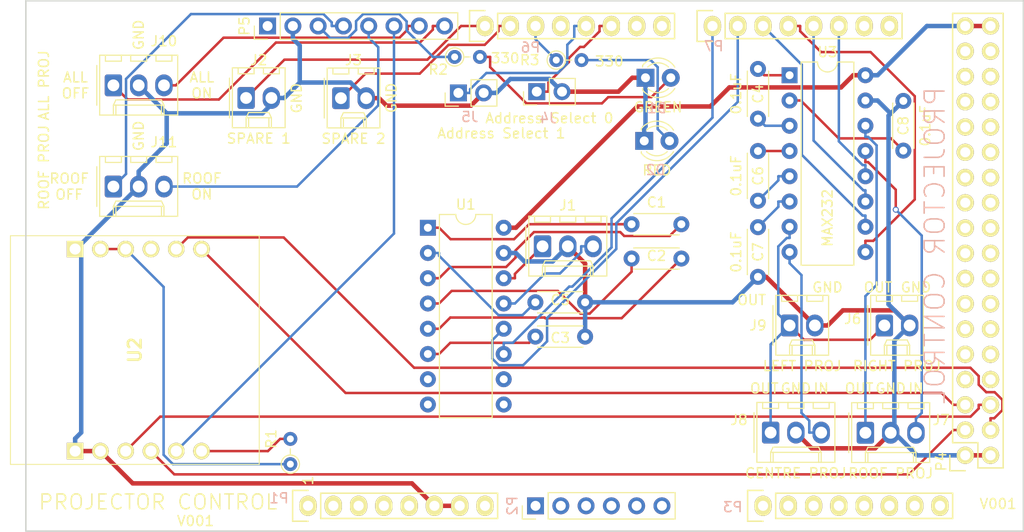
<source format=kicad_pcb>
(kicad_pcb (version 20211014) (generator pcbnew)
  (title_block (date "mar. 31 mars 2015"))
  (layers (0 "F.Cu" signal) (31 "B.Cu" signal) (34 "B.Paste" user) (35 "F.Paste" user) (36 "B.SilkS" user "B.Silkscreen") (37 "F.SilkS" user "F.Silkscreen") (38 "B.Mask" user) (39 "F.Mask" user) (44 "Edge.Cuts" user))
  (net 0 "")
  (net 1 "GND")
  (net 2 "/47")
  (net 3 "/45")
  (net 4 "/43")
  (net 5 "/41")
  (net 6 "/39")
  (net 7 "/37")
  (net 8 "/35")
  (net 9 "/33")
  (net 10 "Net-(C1-Pad1)")
  (net 11 "/31")
  (net 12 "Net-(C1-Pad2)")
  (net 13 "/29")
  (net 14 "Net-(C2-Pad1)")
  (net 15 "/27")
  (net 16 "Net-(C2-Pad2)")
  (net 17 "/25")
  (net 18 "Net-(C3-Pad1)")
  (net 19 "/23")
  (net 20 "+5V")
  (net 21 "GNDD")
  (net 22 "/ALL_ON")
  (net 23 "/SPARE 1")
  (net 24 "/SPARE 2")
  (net 25 "/ROOF_OFF")
  (net 26 "/ROOF_ON")
  (net 27 "/ALL_OFF")
  (net 28 "Net-(D1-Pad2)")
  (net 29 "Net-(D2-Pad2)")
  (net 31 "/RED_LED")
  (net 32 "/GREEN_LED")
  (net 33 "/SERIAL_TX3")
  (net 34 "Net-(C4-Pad1)")
  (net 36 "/IOREF")
  (net 37 "/Reset")
  (net 38 "+3V3")
  (net 39 "/SCLK")
  (net 40 "/Vin")
  (net 41 "/A5")
  (net 42 "/A8")
  (net 43 "/A9")
  (net 44 "/SERIAL_RX3")
  (net 45 "/SERIAL_TX2")
  (net 46 "/SERIAL_RX2")
  (net 47 "/SERIAL_TX1")
  (net 48 "/SERIAL_RX1")
  (net 49 "/ADDRESS_SELECT_0")
  (net 50 "/ADDRESS_SELECT_1")
  (net 51 "/A10")
  (net 52 "/A11")
  (net 53 "+5VL")
  (net 54 "/A3")
  (net 55 "/A2")
  (net 56 "/A1")
  (net 57 "/A0")
  (net 58 "/A4")
  (net 59 "/A12")
  (net 60 "/A13")
  (net 61 "/A14")
  (net 62 "/A15")
  (net 63 "/MISO")
  (net 65 "/MOSI")
  (net 66 "/ES1_RST")
  (net 81 "/SS")
  (net 82 "/AREF")
  (net 84 "/D1")
  (net 85 "/D0")
  (net 87 "/RS232_TX2")
  (net 88 "/RS232_RX2")
  (net 89 "/RS232_RX1")
  (net 90 "/RS232_TX1")
  (net 91 "Net-(R1-Pad2)")
  (net 92 "+3.3V")
  (net 93 "Net-(C4-Pad2)")
  (net 94 "Net-(C5-Pad1)")
  (net 95 "Net-(C6-Pad1)")
  (net 96 "Net-(C6-Pad2)")
  (net 97 "Net-(C7-Pad1)")
  (net 98 "Net-(C8-Pad1)")
  (net 99 "/RS232_TX3")
  (net 100 "/RS232_RX3")
  (footprint "Socket_Arduino_Mega:Socket_Strip_Arduino_2x18" (layer "F.Cu") (at 197.358 114.046 90)
    (fp_text reference "P4")
    (fp_text value "Digital")
  )
  (footprint "Socket_Arduino_Mega:Socket_Strip_Arduino_1x08" (layer "F.Cu") (at 131.318 119.126)
    (fp_text reference "P1")
    (fp_text value "Power")
  )
  (footprint "Connector_PinHeader_2.54mm:PinHeader_1x06_P2.54mm_Vertical" (layer "F.Cu") (at 154.178 119.126 90)
    (fp_text reference "P2")
    (fp_text value "Analog")
  )
  (footprint "Socket_Arduino_Mega:Socket_Strip_Arduino_1x08" (layer "F.Cu") (at 177.038 119.126)
    (fp_text reference "P3")
    (fp_text value "Analog")
  )
  (footprint "Connector_PinHeader_2.54mm:PinHeader_1x08_P2.54mm_Vertical" (layer "F.Cu") (at 127.254 70.866 90)
    (fp_text reference "P5")
    (fp_text value "PWM")
  )
  (footprint "Socket_Arduino_Mega:Socket_Strip_Arduino_1x08" (layer "F.Cu") (at 149.098 70.866)
    (fp_text reference "P6")
    (fp_text value "PWM")
  )
  (footprint "Socket_Arduino_Mega:Socket_Strip_Arduino_1x08" (layer "F.Cu") (at 171.958 70.866)
    (fp_text reference "P7")
    (fp_text value "Communication")
  )
  (footprint "LED_THT:LED_D3.0mm" (layer "F.Cu") (at 165.227 76.073)
    (fp_text reference "D1")
    (fp_text value "GREEN")
  )
  (footprint "LED_THT:LED_D3.0mm" (layer "F.Cu") (at 165.1 82.423)
    (fp_text reference "D2")
    (fp_text value "RED")
  )
  (footprint "Connector_PinHeader_2.54mm:PinHeader_1x02_P2.54mm_Vertical" (layer "F.Cu") (at 154.3 77.47 90)
    (fp_text reference "J4")
    (fp_text value "Address Select 0")
  )
  (footprint "Connector_PinHeader_2.54mm:PinHeader_1x02_P2.54mm_Vertical" (layer "F.Cu") (at 146.426 77.597 90)
    (fp_text reference "J5")
    (fp_text value "Address Select 1")
  )
  (footprint "PT_Library_v001:PT_R_Axial_DIN0204_L3.6mm_D1.6mm_P2.54mm_Vertical" (layer "F.Cu") (at 146.05 73.9775)
    (fp_text reference "R2")
    (fp_text value "330")
  )
  (footprint "PT_Library_v001:PT_R_Axial_DIN0204_L3.6mm_D1.6mm_P2.54mm_Vertical" (layer "F.Cu") (at 156.26 74.295)
    (fp_text reference "R3")
    (fp_text value "330")
  )
  (footprint "Capacitor_THT:C_Disc_D4.3mm_W1.9mm_P5.00mm" (layer "F.Cu") (at 176.53 91.099 -90)
    (fp_text reference "C7")
    (fp_text value "0.1uF")
  )
  (footprint "Connector_Molex:Molex_KK-254_AE-6410-02A_1x02_P2.54mm_Vertical" (layer "F.Cu") (at 125.095 78.105)
    (fp_text reference "J2")
    (fp_text value "SPARE 1")
  )
  (footprint "USR-ES1:USRES1" (layer "F.Cu") (at 107.915 113.62 90)
    (fp_text reference "U2")
    (fp_text value "USR-ES1" hide)
  )
  (footprint "Capacitor_THT:C_Disc_D4.3mm_W1.9mm_P5.00mm" (layer "F.Cu") (at 163.83 90.805)
    (fp_text reference "C1")
    (fp_text value "0.1uF")
  )
  (footprint "Connector_Molex:Molex_KK-254_AE-6410-02A_1x02_P2.54mm_Vertical" (layer "F.Cu") (at 189.23 100.985)
    (fp_text reference "J6")
    (fp_text value "RIGHT PROJ")
  )
  (footprint "Capacitor_THT:C_Disc_D4.3mm_W1.9mm_P5.00mm" (layer "F.Cu") (at 191.135 83.399 90)
    (fp_text reference "C8")
    (fp_text value "0.1uF")
  )
  (footprint "Connector_Molex:Molex_KK-254_AE-6410-03A_1x03_P2.54mm_Vertical" (layer "F.Cu") (at 177.8 111.76)
    (fp_text reference "J8")
    (fp_text value "CENTRE PROJ")
  )
  (footprint "Connector_Molex:Molex_KK-254_AE-6410-03A_1x03_P2.54mm_Vertical" (layer "F.Cu") (at 111.76 87.015)
    (fp_text reference "J11")
    (fp_text value "ROOF PROJ")
  )
  (footprint "Connector_Molex:Molex_KK-254_AE-6410-03A_1x03_P2.54mm_Vertical" (layer "F.Cu") (at 187.325 111.78)
    (fp_text reference "J7")
    (fp_text value "ROOF PROJ")
  )
  (footprint "Connector_Molex:Molex_KK-254_AE-6410-03A_1x03_P2.54mm_Vertical" (layer "F.Cu") (at 154.88 93.025)
    (fp_text reference "J1")
    (fp_text value "SPARE PROJ")
  )
  (footprint "Capacitor_THT:C_Disc_D4.3mm_W1.9mm_P5.00mm" (layer "F.Cu") (at 154.16 98.655)
    (fp_text reference "C5")
    (fp_text value "0.1uF")
  )
  (footprint "Connector_Molex:Molex_KK-254_AE-6410-02A_1x02_P2.54mm_Vertical" (layer "F.Cu") (at 179.705 100.985)
    (fp_text reference "J9")
    (fp_text value "LEFT PROJ")
  )
  (footprint "Package_DIP:DIP-16_W7.62mm" (layer "F.Cu") (at 143.36 91.155)
    (fp_text reference "U1")
    (fp_text value "MAX232")
  )
  (footprint "Connector_Molex:Molex_KK-254_AE-6410-03A_1x03_P2.54mm_Vertical" (layer "F.Cu") (at 111.76 76.835)
    (fp_text reference "J10")
    (fp_text value "ALL PROJ")
  )
  (footprint "Capacitor_THT:C_Disc_D4.3mm_W1.9mm_P5.00mm" (layer "F.Cu") (at 176.53 75.184 -90)
    (fp_text reference "C4")
    (fp_text value "0.1uF")
  )
  (footprint "Package_DIP:DIP-16_W7.62mm" (layer "F.Cu") (at 179.705 75.819)
    (fp_text reference "U3")
    (fp_text value "MAX232")
  )
  (footprint "Capacitor_THT:C_Disc_D4.3mm_W1.9mm_P5.00mm" (layer "F.Cu") (at 163.83 94.255)
    (fp_text reference "C2")
    (fp_text value "0.1uF")
  )
  (footprint "Connector_Molex:Molex_KK-254_AE-6410-02A_1x02_P2.54mm_Vertical" (layer "F.Cu") (at 134.62 78.125)
    (fp_text reference "J3")
    (fp_text value "SPARE 2")
  )
  (footprint "Capacitor_THT:C_Disc_D4.3mm_W1.9mm_P5.00mm" (layer "F.Cu") (at 154.16 102.105)
    (fp_text reference "C3")
    (fp_text value "0.1uF")
  )
  (footprint "PT_Library_v001:PT_R_Axial_DIN0204_L3.6mm_D1.6mm_P2.54mm_Vertical" (layer "F.Cu") (at 129.54 114.935 90)
    (fp_text reference "R1")
    (fp_text value "10K")
  )
  (footprint "Capacitor_THT:C_Disc_D4.3mm_W1.9mm_P5.00mm" (layer "F.Cu") (at 176.53 83.439 -90)
    (fp_text reference "C6")
    (fp_text value "0.1uF")
  )
  (gr_line (start 102.965 121.666) (end 203.2 121.666) (layer "Edge.Cuts") (width 0.15))
  (gr_line (start 203.2 121.666) (end 203.2 68.326) (layer "Edge.Cuts") (width 0.15))
  (gr_line (start 102.965 68.326) (end 102.965 121.666) (layer "Edge.Cuts") (width 0.15))
  (gr_line (start 102.965 68.326) (end 203.2 68.326) (layer "Edge.Cuts") (width 0.15))
  (gr_text "PROJECTOR CONTROL\n" (at 194.31 76.835 90) (layer "B.SilkS") (effects (font (size 2 2)) (justify left mirror)))
  (gr_text "V001\n" (at 200.66 118.9355) (layer "F.SilkS") (effects (font (size 1 1))))
  (gr_text "GND" (at 114.3 71.755 90) (layer "F.SilkS") (effects (font (size 1 1))))
  (gr_text "ALL\nON" (at 120.65 76.835) (layer "F.SilkS") (effects (font (size 1 1))))
  (gr_text "V001\n" (at 120.015 120.65) (layer "F.SilkS") (effects (font (size 1 1))))
  (gr_text "OUT" (at 186.69 107.315) (layer "F.SilkS") (effects (font (size 1 1))))
  (gr_text "GND" (at 114.3 81.915 90) (layer "F.SilkS") (effects (font (size 1 1))))
  (gr_text "IN" (at 192.405 107.315) (layer "F.SilkS") (effects (font (size 1 1))))
  (gr_text "OUT" (at 175.895 98.425) (layer "F.SilkS") (effects (font (size 1 1))))
  (gr_text "GND" (at 180.34 107.315) (layer "F.SilkS") (effects (font (size 1 1))))
  (gr_text "GND" (at 183.515 97.155) (layer "F.SilkS") (effects (font (size 1 1))))
  (gr_text "1" (at 131.318 116.586 90) (layer "F.SilkS") (effects (font (size 1 1))))
  (gr_text "ALL\nOFF" (at 107.95 76.835) (layer "F.SilkS") (effects (font (size 1 1))))
  (gr_text "GND" (at 192.405 97.155) (layer "F.SilkS") (effects (font (size 1 1))))
  (gr_text "ROOF\nON" (at 120.65 86.995) (layer "F.SilkS") (effects (font (size 1 1))))
  (gr_text "ROOF\nOFF" (at 107.315 87.015) (layer "F.SilkS") (effects (font (size 1 1))))
  (gr_text "GND" (at 130.175 78.125 90) (layer "F.SilkS") (effects (font (size 1 1))))
  (gr_text "OUT" (at 177.165 107.315) (layer "F.SilkS") (effects (font (size 1 1))))
  (gr_text "PROJECTOR CONTROL\n" (at 104.14 118.745) (layer "F.SilkS") (effects (font (size 1.5 1.5)) (justify left)))
  (gr_text "GND" (at 139.7 78.105 90) (layer "F.SilkS") (effects (font (size 1 1))))
  (gr_text "OUT" (at 188.595 97.155) (layer "F.SilkS") (effects (font (size 1 1))))
  (gr_text "IN" (at 182.88 107.315) (layer "F.SilkS") (effects (font (size 1 1))))
  (gr_text "GND" (at 189.865 107.315) (layer "F.SilkS") (effects (font (size 1 1))))
  (segment (start 188.3019 113.3431) (end 189.865 111.78) (width 0.45) (layer "F.Cu") (net 1))
  (segment (start 185.0617 99.4636) (end 183.5403 100.985) (width 0.45) (layer "F.Cu") (net 1))
  (segment (start 159.16 94.765) (end 159.16 98.655) (width 0.45) (layer "F.Cu") (net 1))
  (segment (start 181.9231 113.3431) (end 188.3019 113.3431) (width 0.45) (layer "F.Cu") (net 1))
  (segment (start 199.898 114.046) (end 197.358 114.046) (width 0.45) (layer "F.Cu") (net 1))
  (segment (start 157.42 93.025) (end 159.16 94.765) (width 0.45) (layer "F.Cu") (net 1))
  (segment (start 177.359 96.099) (end 176.53 96.099) (width 0.45) (layer "F.Cu") (net 1))
  (segment (start 180.34 111.76) (end 181.9231 113.3431) (width 0.45) (layer "F.Cu") (net 1))
  (segment (start 190.2486 99.4636) (end 185.0617 99.4636) (width 0.45) (layer "F.Cu") (net 1))
  (segment (start 182.245 100.985) (end 183.5403 100.985) (width 0.45) (layer "F.Cu") (net 1))
  (segment (start 182.245 100.985) (end 177.359 96.099) (width 0.45) (layer "F.Cu") (net 1))
  (segment (start 191.77 100.985) (end 190.2486 99.4636) (width 0.45) (layer "F.Cu") (net 1))
  (segment (start 173.974 98.655) (end 176.53 96.099) (width 0.45) (layer "B.Cu") (net 1))
  (segment (start 189.865 111.78) (end 190.2334 111.78) (width 0.45) (layer "B.Cu") (net 1))
  (segment (start 189.6493 98.8643) (end 189.6493 79.8847) (width 0.45) (layer "B.Cu") (net 1))
  (segment (start 159.16 102.105) (end 159.16 98.655) (width 0.45) (layer "B.Cu") (net 1))
  (segment (start 187.325 78.359) (end 188.5503 78.359) (width 0.45) (layer "B.Cu") (net 1))
  (segment (start 189.6493 79.8847) (end 189.8627 79.6713) (width 0.45) (layer "B.Cu") (net 1))
  (segment (start 153.0566 94.5463) (end 155.8987 94.5463) (width 0.45) (layer "B.Cu") (net 1))
  (segment (start 190.2334 111.78) (end 190.2334 102.5216) (width 0.45) (layer "B.Cu") (net 1))
  (segment (start 150.98 93.695) (end 152.2053 93.695) (width 0.45) (layer "B.Cu") (net 1))
  (segment (start 155.8987 94.5463) (end 157.42 93.025) (width 0.45) (layer "B.Cu") (net 1))
  (segment (start 188.5503 78.359) (end 189.8627 79.6713) (width 0.45) (layer "B.Cu") (net 1))
  (segment (start 189.8627 79.6713) (end 191.135 78.399) (width 0.45) (layer "B.Cu") (net 1))
  (segment (start 192.4994 114.046) (end 190.2334 111.78) (width 0.45) (layer "B.Cu") (net 1))
  (segment (start 191.77 100.985) (end 189.6493 98.8643) (width 0.45) (layer "B.Cu") (net 1))
  (segment (start 159.16 98.655) (end 173.974 98.655) (width 0.45) (layer "B.Cu") (net 1))
  (segment (start 190.2334 102.5216) (end 191.77 100.985) (width 0.45) (layer "B.Cu") (net 1))
  (segment (start 197.358 114.046) (end 192.4994 114.046) (width 0.45) (layer "B.Cu") (net 1))
  (segment (start 152.2053 93.695) (end 153.0566 94.5463) (width 0.45) (layer "B.Cu") (net 1))
  (segment (start 144.4853 91.155) (end 145.6393 92.309) (width 0.25) (layer "F.Cu") (net 10))
  (segment (start 152.0224 92.309) (end 153.5264 90.805) (width 0.25) (layer "F.Cu") (net 10))
  (segment (start 143.36 91.155) (end 144.4853 91.155) (width 0.25) (layer "F.Cu") (net 10))
  (segment (start 153.5264 90.805) (end 163.83 90.805) (width 0.25) (layer "F.Cu") (net 10))
  (segment (start 145.6393 92.309) (end 152.0224 92.309) (width 0.25) (layer "F.Cu") (net 10))
  (segment (start 168.83 90.805) (end 167.6492 91.9858) (width 0.25) (layer "F.Cu") (net 12))
  (segment (start 154.0209 91.5907) (end 152.1723 93.4393) (width 0.25) (layer "F.Cu") (net 12))
  (segment (start 143.36 96.235) (end 144.4853 96.235) (width 0.25) (layer "F.Cu") (net 12))
  (segment (start 151.2189 95.1097) (end 145.6106 95.1097) (width 0.25) (layer "F.Cu") (net 12))
  (segment (start 152.1723 93.4393) (end 152.1723 94.1563) (width 0.25) (layer "F.Cu") (net 12))
  (segment (start 163.0858 91.9858) (end 162.6907 91.5907) (width 0.25) (layer "F.Cu") (net 12))
  (segment (start 152.1723 94.1563) (end 151.2189 95.1097) (width 0.25) (layer "F.Cu") (net 12))
  (segment (start 167.6492 91.9858) (end 163.0858 91.9858) (width 0.25) (layer "F.Cu") (net 12))
  (segment (start 162.6907 91.5907) (end 154.0209 91.5907) (width 0.25) (layer "F.Cu") (net 12))
  (segment (start 145.6106 95.1097) (end 144.4853 96.235) (width 0.25) (layer "F.Cu") (net 12))
  (segment (start 156.4139 97.5086) (end 145.7517 97.5086) (width 0.25) (layer "F.Cu") (net 14))
  (segment (start 145.7517 97.5086) (end 144.4853 98.775) (width 0.25) (layer "F.Cu") (net 14))
  (segment (start 163.83 95.5828) (end 159.6171 99.7957) (width 0.25) (layer "F.Cu") (net 14))
  (segment (start 163.83 94.255) (end 163.83 95.5828) (width 0.25) (layer "F.Cu") (net 14))
  (segment (start 143.36 98.775) (end 144.4853 98.775) (width 0.25) (layer "F.Cu") (net 14))
  (segment (start 159.6171 99.7957) (end 158.701 99.7957) (width 0.25) (layer "F.Cu") (net 14))
  (segment (start 158.701 99.7957) (end 156.4139 97.5086) (width 0.25) (layer "F.Cu") (net 14))
  (segment (start 162.8318 100.2532) (end 168.83 94.255) (width 0.25) (layer "F.Cu") (net 16))
  (segment (start 155.1586 100.2532) (end 162.8318 100.2532) (width 0.25) (layer "F.Cu") (net 16))
  (segment (start 145.6111 100.1892) (end 155.0946 100.1892) (width 0.25) (layer "F.Cu") (net 16))
  (segment (start 143.36 101.315) (end 144.4853 101.315) (width 0.25) (layer "F.Cu") (net 16))
  (segment (start 155.0946 100.1892) (end 155.1586 100.2532) (width 0.25) (layer "F.Cu") (net 16))
  (segment (start 144.4853 101.315) (end 145.6111 100.1892) (width 0.25) (layer "F.Cu") (net 16))
  (segment (start 143.36 103.855) (end 144.4853 103.855) (width 0.25) (layer "F.Cu") (net 18))
  (segment (start 153.5353 102.7297) (end 145.6106 102.7297) (width 0.25) (layer "F.Cu") (net 18))
  (segment (start 145.6106 102.7297) (end 144.4853 103.855) (width 0.25) (layer "F.Cu") (net 18))
  (segment (start 154.16 102.105) (end 153.5353 102.7297) (width 0.25) (layer "F.Cu") (net 18))
  (segment (start 199.898 70.866) (end 197.358 70.866) (width 0.45) (layer "F.Cu") (net 20))
  (segment (start 173.653 77.0444) (end 184.8743 77.0444) (width 0.45) (layer "F.Cu") (net 20))
  (segment (start 184.8743 77.0444) (end 186.0997 75.819) (width 0.45) (layer "F.Cu") (net 20))
  (segment (start 150.98 91.155) (end 152.2053 91.155) (width 0.45) (layer "F.Cu") (net 20))
  (segment (start 152.2053 91.155) (end 164.4017 78.9586) (width 0.45) (layer "F.Cu") (net 20))
  (segment (start 171.7388 78.9586) (end 173.653 77.0444) (width 0.45) (layer "F.Cu") (net 20))
  (segment (start 164.4017 78.9586) (end 171.7388 78.9586) (width 0.45) (layer "F.Cu") (net 20))
  (segment (start 187.325 75.819) (end 186.0997 75.819) (width 0.45) (layer "F.Cu") (net 20))
  (segment (start 193.5033 70.866) (end 197.358 70.866) (width 0.45) (layer "B.Cu") (net 20))
  (segment (start 187.325 75.819) (end 188.5503 75.819) (width 0.45) (layer "B.Cu") (net 20))
  (segment (start 188.5503 75.819) (end 193.5033 70.866) (width 0.45) (layer "B.Cu") (net 20))
  (segment (start 113.7038 116.8688) (end 141.7608 116.8688) (width 0.45) (layer "F.Cu") (net 21))
  (segment (start 141.7608 116.8688) (end 144.018 119.126) (width 0.45) (layer "F.Cu") (net 21))
  (segment (start 165.227 76.073) (end 163.9017 76.073) (width 0.45) (layer "F.Cu") (net 21))
  (segment (start 137.16 78.125) (end 138.4553 78.125) (width 0.45) (layer "F.Cu") (net 21))
  (segment (start 110.455 113.62) (end 113.7038 116.8688) (width 0.45) (layer "F.Cu") (net 21))
  (segment (start 110.455 113.62) (end 107.915 113.62) (width 0.45) (layer "F.Cu") (net 21))
  (segment (start 146.558 119.126) (end 144.018 119.126) (width 0.45) (layer "F.Cu") (net 21))
  (segment (start 139.2099 78.8796) (end 147.6834 78.8796) (width 0.45) (layer "F.Cu") (net 21))
  (segment (start 156.84 77.47) (end 162.5047 77.47) (width 0.45) (layer "F.Cu") (net 21))
  (segment (start 147.6834 78.8796) (end 148.966 77.597) (width 0.45) (layer "F.Cu") (net 21))
  (segment (start 162.5047 77.47) (end 163.9017 76.073) (width 0.45) (layer "F.Cu") (net 21))
  (segment (start 138.4553 78.125) (end 139.2099 78.8796) (width 0.45) (layer "F.Cu") (net 21))
  (segment (start 114.3 87.015) (end 114.3 85.4947) (width 0.45) (layer "B.Cu") (net 21))
  (segment (start 117.1146 82.6801) (end 114.3 85.4947) (width 0.45) (layer "B.Cu") (net 21))
  (segment (start 114.3 87.015) (end 108.5256 92.7894) (width 0.45) (layer "B.Cu") (net 21))
  (segment (start 128.2827 78.105) (end 128.9303 78.105) (width 0.45) (layer "B.Cu") (net 21))
  (segment (start 165.1 82.423) (end 165.1 81.0977) (width 0.45) (layer "B.Cu") (net 21))
  (segment (start 107.915 113.62) (end 107.915 112.3622) (width 0.45) (layer "B.Cu") (net 21))
  (segment (start 108.5256 92.7894) (end 108.5256 93.3) (width 0.45) (layer "B.Cu") (net 21))
  (segment (start 130.4852 72.8325) (end 130.4852 76.5501) (width 0.45) (layer "B.Cu") (net 21))
  (segment (start 108.5256 93.3) (end 108.5256 111.7516) (width 0.45) (layer "B.Cu") (net 21))
  (segment (start 117.1146 79.6496) (end 117.1146 82.6801) (width 0.45) (layer "B.Cu") (net 21))
  (segment (start 117.1146 79.6496) (end 114.3 76.835) (width 0.45) (layer "B.Cu") (net 21))
  (segment (start 148.966 77.597) (end 150.2413 77.597) (width 0.45) (layer "B.Cu") (net 21))
  (segment (start 108.5256 111.7516) (end 107.915 112.3622) (width 0.45) (layer "B.Cu") (net 21))
  (segment (start 151.6437 76.1946) (end 155.5646 76.1946) (width 0.45) (layer "B.Cu") (net 21))
  (segment (start 150.2413 77.597) (end 151.6437 76.1946) (width 0.45) (layer "B.Cu") (net 21))
  (segment (start 126.7381 79.6496) (end 117.1146 79.6496) (width 0.45) (layer "B.Cu") (net 21))
  (segment (start 137.16 78.125) (end 135.5851 76.5501) (width 0.45) (layer "B.Cu") (net 21))
  (segment (start 128.2827 78.105) (end 126.7381 79.6496) (width 0.45) (layer "B.Cu") (net 21))
  (segment (start 127.635 78.105) (end 128.2827 78.105) (width 0.45) (layer "B.Cu") (net 21))
  (segment (start 107.915 93.3) (end 108.5256 93.3) (width 0.45) (layer "B.Cu") (net 21))
  (segment (start 165.227 76.073) (end 165.227 80.9707) (width 0.45) (layer "B.Cu") (net 21))
  (segment (start 129.794 72.1413) (end 130.4852 72.8325) (width 0.45) (layer "B.Cu") (net 21))
  (segment (start 135.5851 76.5501) (end 130.4852 76.5501) (width 0.45) (layer "B.Cu") (net 21))
  (segment (start 129.794 70.866) (end 129.794 72.1413) (width 0.45) (layer "B.Cu") (net 21))
  (segment (start 165.227 80.9707) (end 165.1 81.0977) (width 0.45) (layer "B.Cu") (net 21))
  (segment (start 130.4852 76.5501) (end 128.9303 78.105) (width 0.45) (layer "B.Cu") (net 21))
  (segment (start 155.5646 76.1946) (end 156.84 77.47) (width 0.45) (layer "B.Cu") (net 21))
  (segment (start 142.5623 72.5297) (end 143.8587 71.2333) (width 0.25) (layer "F.Cu") (net 22))
  (segment (start 128.0907 72.5297) (end 142.5623 72.5297) (width 0.25) (layer "F.Cu") (net 22))
  (segment (start 143.8587 71.2333) (end 143.8587 70.866) (width 0.25) (layer "F.Cu") (net 22))
  (segment (start 113.1825 78.2575) (end 122.3629 78.2575) (width 0.25) (layer "F.Cu") (net 22))
  (segment (start 122.3629 78.2575) (end 128.0907 72.5297) (width 0.25) (layer "F.Cu") (net 22))
  (segment (start 145.034 70.866) (end 143.8587 70.866) (width 0.25) (layer "F.Cu") (net 22))
  (segment (start 111.76 76.835) (end 113.1825 78.2575) (width 0.25) (layer "F.Cu") (net 22))
  (segment (start 128.9483 74.2517) (end 143.3106 74.2517) (width 0.25) (layer "F.Cu") (net 23))
  (segment (start 143.3106 74.2517) (end 146.6963 70.866) (width 0.25) (layer "F.Cu") (net 23))
  (segment (start 146.6963 70.866) (end 149.098 70.866) (width 0.25) (layer "F.Cu") (net 23))
  (segment (start 125.095 78.105) (end 128.9483 74.2517) (width 0.25) (layer "F.Cu") (net 23))
  (segment (start 137.0899 75.6551) (end 142.5441 75.6551) (width 0.25) (layer "F.Cu") (net 24))
  (segment (start 151.638 70.866) (end 150.4491 70.866) (width 0.25) (layer "F.Cu") (net 24))
  (segment (start 150.4491 71.3861) (end 150.4491 70.866) (width 0.25) (layer "F.Cu") (net 24))
  (segment (start 145.4376 72.7616) (end 149.0736 72.7616) (width 0.25) (layer "F.Cu") (net 24))
  (segment (start 142.5441 75.6551) (end 145.4376 72.7616) (width 0.25) (layer "F.Cu") (net 24))
  (segment (start 149.0736 72.7616) (end 150.4491 71.3861) (width 0.25) (layer "F.Cu") (net 24))
  (segment (start 134.62 78.125) (end 137.0899 75.6551) (width 0.25) (layer "F.Cu") (net 24))
  (segment (start 134.874 70.866) (end 133.6987 70.866) (width 0.25) (layer "B.Cu") (net 25))
  (segment (start 111.76 87.015) (end 113.0305 85.7445) (width 0.25) (layer "B.Cu") (net 25))
  (segment (start 133.6987 70.5007) (end 133.6987 70.866) (width 0.25) (layer "B.Cu") (net 25))
  (segment (start 113.0305 85.7445) (end 113.0305 76.1874) (width 0.25) (layer "B.Cu") (net 25))
  (segment (start 113.0305 76.1874) (end 119.5516 69.6663) (width 0.25) (layer "B.Cu") (net 25))
  (segment (start 132.8643 69.6663) (end 133.6987 70.5007) (width 0.25) (layer "B.Cu") (net 25))
  (segment (start 119.5516 69.6663) (end 132.8643 69.6663) (width 0.25) (layer "B.Cu") (net 25))
  (segment (start 116.84 87.015) (end 130.212 87.015) (width 0.25) (layer "B.Cu") (net 26))
  (segment (start 130.212 87.015) (end 138.3733 78.8537) (width 0.25) (layer "B.Cu") (net 26))
  (segment (start 138.3733 73.0006) (end 137.414 72.0413) (width 0.25) (layer "B.Cu") (net 26))
  (segment (start 137.414 70.866) (end 137.414 72.0413) (width 0.25) (layer "B.Cu") (net 26))
  (segment (start 138.3733 78.8537) (end 138.3733 73.0006) (width 0.25) (layer "B.Cu") (net 26))
  (segment (start 140.5108 72.0413) (end 141.3187 71.2334) (width 0.25) (layer "F.Cu") (net 27))
  (segment (start 118.0353 76.835) (end 122.829 72.0413) (width 0.25) (layer "F.Cu") (net 27))
  (segment (start 122.829 72.0413) (end 140.5108 72.0413) (width 0.25) (layer "F.Cu") (net 27))
  (segment (start 141.3187 71.2334) (end 141.3187 70.866) (width 0.25) (layer "F.Cu") (net 27))
  (segment (start 142.494 70.866) (end 141.3187 70.866) (width 0.25) (layer "F.Cu") (net 27))
  (segment (start 116.84 76.835) (end 118.0353 76.835) (width 0.25) (layer "F.Cu") (net 27))
  (segment (start 149.6153 75.0028) (end 149.6153 73.9775) (width 0.25) (layer "F.Cu") (net 28))
  (segment (start 161.482 78.0204) (end 160.857 78.6454) (width 0.25) (layer "F.Cu") (net 28))
  (segment (start 153.2579 78.6454) (end 149.6153 75.0028) (width 0.25) (layer "F.Cu") (net 28))
  (segment (start 148.59 73.9775) (end 149.6153 73.9775) (width 0.25) (layer "F.Cu") (net 28))
  (segment (start 165.8196 78.0204) (end 161.482 78.0204) (width 0.25) (layer "F.Cu") (net 28))
  (segment (start 167.767 76.073) (end 165.8196 78.0204) (width 0.25) (layer "F.Cu") (net 28))
  (segment (start 160.857 78.6454) (end 153.2579 78.6454) (width 0.25) (layer "F.Cu") (net 28))
  (segment (start 166.4524 75.0044) (end 166.4524 81.2354) (width 0.25) (layer "B.Cu") (net 29))
  (segment (start 166.4524 81.2354) (end 167.64 82.423) (width 0.25) (layer "B.Cu") (net 29))
  (segment (start 158.8 74.295) (end 165.743 74.295) (width 0.25) (layer "B.Cu") (net 29))
  (segment (start 165.743 74.295) (end 166.4524 75.0044) (width 0.25) (layer "B.Cu") (net 29))
  (segment (start 140.4861 69.666) (end 141.224 70.4039) (width 0.25) (layer "B.Cu") (net 31))
  (segment (start 136.144 71.2644) (end 136.144 70.3791) (width 0.25) (layer "B.Cu") (net 31))
  (segment (start 133.534 72.066) (end 135.3424 72.066) (width 0.25) (layer "B.Cu") (net 31))
  (segment (start 141.224 70.4039) (end 141.224 71.3251) (width 0.25) (layer "B.Cu") (net 31))
  (segment (start 136.8571 69.666) (end 140.4861 69.666) (width 0.25) (layer "B.Cu") (net 31))
  (segment (start 143.8764 73.9775) (end 146.05 73.9775) (width 0.25) (layer "B.Cu") (net 31))
  (segment (start 136.144 70.3791) (end 136.8571 69.666) (width 0.25) (layer "B.Cu") (net 31))
  (segment (start 135.3424 72.066) (end 136.144 71.2644) (width 0.25) (layer "B.Cu") (net 31))
  (segment (start 141.224 71.3251) (end 143.8764 73.9775) (width 0.25) (layer "B.Cu") (net 31))
  (segment (start 132.334 70.866) (end 133.534 72.066) (width 0.25) (layer "B.Cu") (net 31))
  (segment (start 156.26 74.295) (end 154.178 72.213) (width 0.25) (layer "B.Cu") (net 32))
  (segment (start 154.178 72.213) (end 154.178 70.866) (width 0.25) (layer "B.Cu") (net 32))
  (segment (start 157.5561 97.0792) (end 151.9056 102.7297) (width 0.25) (layer "B.Cu") (net 33))
  (segment (start 150.98 103.855) (end 150.98 102.7297) (width 0.25) (layer "B.Cu") (net 33))
  (segment (start 151.9056 102.7297) (end 150.98 102.7297) (width 0.25) (layer "B.Cu") (net 33))
  (segment (start 171.958 70.866) (end 171.958 80.0812) (width 0.25) (layer "B.Cu") (net 33))
  (segment (start 171.958 80.0812) (end 161.8159 90.2233) (width 0.25) (layer "B.Cu") (net 33))
  (segment (start 161.8159 90.2233) (end 161.8159 93.1325) (width 0.25) (layer "B.Cu") (net 33))
  (segment (start 161.8159 93.1325) (end 157.8692 97.0792) (width 0.25) (layer "B.Cu") (net 33))
  (segment (start 157.8692 97.0792) (end 157.5561 97.0792) (width 0.25) (layer "B.Cu") (net 33))
  (segment (start 177.165 75.819) (end 176.53 75.184) (width 0.25) (layer "F.Cu") (net 34))
  (segment (start 179.705 75.819) (end 177.165 75.819) (width 0.25) (layer "F.Cu") (net 34))
  (segment (start 115.535 113.62) (end 117.8776 115.9626) (width 0.25) (layer "F.Cu") (net 39))
  (segment (start 197.358 111.506) (end 196.1691 111.506) (width 0.25) (layer "F.Cu") (net 39))
  (segment (start 117.8776 115.9626) (end 191.7125 115.9626) (width 0.25) (layer "F.Cu") (net 39))
  (segment (start 191.7125 115.9626) (end 196.1691 111.506) (width 0.25) (layer "F.Cu") (net 39))
  (segment (start 162.2935 90.7009) (end 174.498 78.4964) (width 0.25) (layer "B.Cu") (net 44))
  (segment (start 162.2935 93.2918) (end 162.2935 90.7009) (width 0.25) (layer "B.Cu") (net 44))
  (segment (start 174.498 78.4964) (end 174.498 70.866) (width 0.25) (layer "B.Cu") (net 44))
  (segment (start 152.9353 104.9817) (end 155.3385 102.5785) (width 0.25) (layer "B.Cu") (net 44))
  (segment (start 155.3385 100.2468) (end 162.2935 93.2918) (width 0.25) (layer "B.Cu") (net 44))
  (segment (start 150.98 101.315) (end 149.8361 102.4589) (width 0.25) (layer "B.Cu") (net 44))
  (segment (start 150.4939 104.9817) (end 152.9353 104.9817) (width 0.25) (layer "B.Cu") (net 44))
  (segment (start 149.8361 102.4589) (end 149.8361 104.3239) (width 0.25) (layer "B.Cu") (net 44))
  (segment (start 155.3385 102.5785) (end 155.3385 100.2468) (width 0.25) (layer "B.Cu") (net 44))
  (segment (start 149.8361 104.3239) (end 150.4939 104.9817) (width 0.25) (layer "B.Cu") (net 44))
  (segment (start 180.9367 74.7647) (end 177.038 70.866) (width 0.25) (layer "B.Cu") (net 45))
  (segment (start 180.9367 83.8267) (end 180.9367 74.7647) (width 0.25) (layer "B.Cu") (net 45))
  (segment (start 187.0437 89.9337) (end 180.9367 83.8267) (width 0.25) (layer "B.Cu") (net 45))
  (segment (start 187.325 89.9337) (end 187.0437 89.9337) (width 0.25) (layer "B.Cu") (net 45))
  (segment (start 187.325 91.059) (end 187.325 89.9337) (width 0.25) (layer "B.Cu") (net 45))
  (segment (start 179.578 70.866) (end 180.7669 70.866) (width 0.25) (layer "F.Cu") (net 46))
  (segment (start 187.325 93.599) (end 187.325 92.4737) (width 0.25) (layer "F.Cu") (net 46))
  (segment (start 187.325 92.4737) (end 188.121 92.4737) (width 0.25) (layer "F.Cu") (net 46))
  (segment (start 180.7669 71.3861) (end 180.7669 70.866) (width 0.25) (layer "F.Cu") (net 46))
  (segment (start 192.2847 77.929) (end 187.8432 73.4875) (width 0.25) (layer "F.Cu") (net 46))
  (segment (start 187.8432 73.4875) (end 182.8683 73.4875) (width 0.25) (layer "F.Cu") (net 46))
  (segment (start 192.2847 88.31) (end 192.2847 77.929) (width 0.25) (layer "F.Cu") (net 46))
  (segment (start 182.8683 73.4875) (end 180.7669 71.3861) (width 0.25) (layer "F.Cu") (net 46))
  (segment (start 188.121 92.4737) (end 192.2847 88.31) (width 0.25) (layer "F.Cu") (net 46))
  (segment (start 187.325 88.519) (end 187.325 87.3937) (width 0.25) (layer "B.Cu") (net 47))
  (segment (start 187.1205 87.3937) (end 182.118 82.3912) (width 0.25) (layer "B.Cu") (net 47))
  (segment (start 187.325 87.3937) (end 187.1205 87.3937) (width 0.25) (layer "B.Cu") (net 47))
  (segment (start 182.118 82.3912) (end 182.118 70.866) (width 0.25) (layer "B.Cu") (net 47))
  (segment (start 187.0437 84.8537) (end 184.658 82.468) (width 0.25) (layer "B.Cu") (net 48))
  (segment (start 187.325 84.8537) (end 187.0437 84.8537) (width 0.25) (layer "B.Cu") (net 48))
  (segment (start 184.658 82.468) (end 184.658 70.866) (width 0.25) (layer "B.Cu") (net 48))
  (segment (start 187.325 85.979) (end 187.325 84.8537) (width 0.25) (layer "B.Cu") (net 48))
  (segment (start 158.6525 72.9728) (end 159.042 72.9728) (width 0.25) (layer "F.Cu") (net 49))
  (segment (start 161.798 70.866) (end 160.6091 70.866) (width 0.25) (layer "F.Cu") (net 49))
  (segment (start 154.3 77.47) (end 155.4753 77.47) (width 0.25) (layer "F.Cu") (net 49))
  (segment (start 157.53 74.0953) (end 158.6525 72.9728) (width 0.25) (layer "F.Cu") (net 49))
  (segment (start 155.4753 77.47) (end 155.4753 76.5493) (width 0.25) (layer "F.Cu") (net 49))
  (segment (start 155.4753 76.5493) (end 157.53 74.4946) (width 0.25) (layer "F.Cu") (net 49))
  (segment (start 157.53 74.4946) (end 157.53 74.0953) (width 0.25) (layer "F.Cu") (net 49))
  (segment (start 160.6091 71.4057) (end 160.6091 70.866) (width 0.25) (layer "F.Cu") (net 49))
  (segment (start 159.042 72.9728) (end 160.6091 71.4057) (width 0.25) (layer "F.Cu") (net 49))
  (segment (start 149.2396 75.5914) (end 156.4138 75.5914) (width 0.25) (layer "B.Cu") (net 50))
  (segment (start 147.6013 77.597) (end 147.6013 77.2297) (width 0.25) (layer "B.Cu") (net 50))
  (segment (start 147.6013 77.2297) (end 149.2396 75.5914) (width 0.25) (layer "B.Cu") (net 50))
  (segment (start 159.258 70.866) (end 158.0691 70.866) (width 0.25) (layer "B.Cu") (net 50))
  (segment (start 157.3707 74.6345) (end 157.3707 72.7533) (width 0.25) (layer "B.Cu") (net 50))
  (segment (start 158.0691 72.0549) (end 158.0691 70.866) (width 0.25) (layer "B.Cu") (net 50))
  (segment (start 157.3707 72.7533) (end 158.0691 72.0549) (width 0.25) (layer "B.Cu") (net 50))
  (segment (start 146.426 77.597) (end 147.6013 77.597) (width 0.25) (layer "B.Cu") (net 50))
  (segment (start 156.4138 75.5914) (end 157.3707 74.6345) (width 0.25) (layer "B.Cu") (net 50))
  (segment (start 197.358 108.966) (end 196.1691 108.966) (width 0.25) (layer "F.Cu") (net 63))
  (segment (start 120.615 93.3) (end 135.0921 107.7771) (width 0.25) (layer "F.Cu") (net 63))
  (segment (start 194.9802 107.7771) (end 196.1691 108.966) (width 0.25) (layer "F.Cu") (net 63))
  (segment (start 135.0921 107.7771) (end 194.9802 107.7771) (width 0.25) (layer "F.Cu") (net 63))
  (segment (start 197.8918 110.1549) (end 198.7091 109.3376) (width 0.25) (layer "F.Cu") (net 65))
  (segment (start 112.995 113.62) (end 116.4601 110.1549) (width 0.25) (layer "F.Cu") (net 65))
  (segment (start 116.4601 110.1549) (end 197.8918 110.1549) (width 0.25) (layer "F.Cu") (net 65))
  (segment (start 199.898 108.966) (end 198.7091 108.966) (width 0.25) (layer "F.Cu") (net 65))
  (segment (start 198.7091 109.3376) (end 198.7091 108.966) (width 0.25) (layer "F.Cu") (net 65))
  (segment (start 197.8723 105.237) (end 198.709 106.0737) (width 0.25) (layer "F.Cu") (net 66))
  (segment (start 141.9737 105.237) (end 197.8723 105.237) (width 0.25) (layer "F.Cu") (net 66))
  (segment (start 198.709 106.9403) (end 199.4647 107.696) (width 0.25) (layer "F.Cu") (net 66))
  (segment (start 201.0869 109.4998) (end 200.2696 110.3171) (width 0.25) (layer "F.Cu") (net 66))
  (segment (start 201.0869 108.4699) (end 201.0869 109.4998) (width 0.25) (layer "F.Cu") (net 66))
  (segment (start 200.313 107.696) (end 201.0869 108.4699) (width 0.25) (layer "F.Cu") (net 66))
  (segment (start 198.709 106.0737) (end 198.709 106.9403) (width 0.25) (layer "F.Cu") (net 66))
  (segment (start 200.2696 110.3171) (end 199.898 110.3171) (width 0.25) (layer "F.Cu") (net 66))
  (segment (start 128.8696 92.1329) (end 141.9737 105.237) (width 0.25) (layer "F.Cu") (net 66))
  (segment (start 199.4647 107.696) (end 200.313 107.696) (width 0.25) (layer "F.Cu") (net 66))
  (segment (start 199.898 111.506) (end 199.898 110.3171) (width 0.25) (layer "F.Cu") (net 66))
  (segment (start 118.075 93.3) (end 119.2421 92.1329) (width 0.25) (layer "F.Cu") (net 66))
  (segment (start 119.2421 92.1329) (end 128.8696 92.1329) (width 0.25) (layer "F.Cu") (net 66))
  (segment (start 118.075 113.62) (end 139.954 91.741) (width 0.25) (layer "B.Cu") (net 81))
  (segment (start 139.954 91.741) (end 139.954 70.866) (width 0.25) (layer "B.Cu") (net 81))
  (segment (start 187.7907 102.4243) (end 189.23 100.985) (width 0.25) (layer "F.Cu") (net 87))
  (segment (start 181.1443 102.4243) (end 187.7907 102.4243) (width 0.25) (layer "F.Cu") (net 87))
  (segment (start 179.705 100.985) (end 181.1443 102.4243) (width 0.25) (layer "F.Cu") (net 87))
  (segment (start 178.568 99.848) (end 179.705 100.985) (width 0.25) (layer "B.Cu") (net 87))
  (segment (start 179.4237 92.1843) (end 178.568 93.04) (width 0.25) (layer "B.Cu") (net 87))
  (segment (start 177.8 102.89) (end 179.705 100.985) (width 0.25) (layer "B.Cu") (net 87))
  (segment (start 177.8 111.76) (end 177.8 102.89) (width 0.25) (layer "B.Cu") (net 87))
  (segment (start 179.705 91.059) (end 179.705 92.1843) (width 0.25) (layer "B.Cu") (net 87))
  (segment (start 179.705 92.1843) (end 179.4237 92.1843) (width 0.25) (layer "B.Cu") (net 87))
  (segment (start 178.568 93.04) (end 178.568 99.848) (width 0.25) (layer "B.Cu") (net 87))
  (segment (start 181.6847 110.5647) (end 181.6847 111.76) (width 0.25) (layer "B.Cu") (net 88))
  (segment (start 180.9014 95.9207) (end 180.9014 109.7814) (width 0.25) (layer "B.Cu") (net 88))
  (segment (start 179.705 93.599) (end 179.705 94.7243) (width 0.25) (layer "B.Cu") (net 88))
  (segment (start 179.705 94.7243) (end 180.9014 95.9207) (width 0.25) (layer "B.Cu") (net 88))
  (segment (start 180.9014 109.7814) (end 181.6847 110.5647) (width 0.25) (layer "B.Cu") (net 88))
  (segment (start 182.88 111.76) (end 181.6847 111.76) (width 0.25) (layer "B.Cu") (net 88))
  (segment (start 187.6063 84.5643) (end 190.3745 87.3325) (width 0.25) (layer "F.Cu") (net 89))
  (segment (start 190.3745 89.3357) (end 190.3746 89.3357) (width 0.25) (layer "F.Cu") (net 89))
  (segment (start 187.325 83.439) (end 187.325 84.5643) (width 0.25) (layer "F.Cu") (net 89))
  (segment (start 190.3745 87.3325) (end 190.3745 89.3357) (width 0.25) (layer "F.Cu") (net 89))
  (segment (start 187.325 84.5643) (end 187.6063 84.5643) (width 0.25) (layer "F.Cu") (net 89))
  (via (at 190.3746 89.3357) (size 0.6) (drill 0.4) (layers "F.Cu" "B.Cu") (net 89))
  (segment (start 192.405 111.78) (end 192.405 110.3597) (width 0.25) (layer "B.Cu") (net 89))
  (segment (start 190.3746 89.3357) (end 192.9854 91.9465) (width 0.25) (layer "B.Cu") (net 89))
  (segment (start 192.9854 109.7793) (end 192.405 110.3597) (width 0.25) (layer "B.Cu") (net 89))
  (segment (start 192.9854 91.9465) (end 192.9854 109.7793) (width 0.25) (layer "B.Cu") (net 89))
  (segment (start 188.4503 82.8682) (end 187.6064 82.0243) (width 0.25) (layer "B.Cu") (net 90))
  (segment (start 187.325 80.899) (end 187.325 82.0243) (width 0.25) (layer "B.Cu") (net 90))
  (segment (start 187.325 98.0358) (end 188.4503 96.9105) (width 0.25) (layer "B.Cu") (net 90))
  (segment (start 187.325 111.78) (end 187.325 98.0358) (width 0.25) (layer "B.Cu") (net 90))
  (segment (start 187.6064 82.0243) (end 187.325 82.0243) (width 0.25) (layer "B.Cu") (net 90))
  (segment (start 188.4503 96.9105) (end 188.4503 82.8682) (width 0.25) (layer "B.Cu") (net 90))
  (segment (start 129.54 112.395) (end 128.5147 112.395) (width 0.25) (layer "F.Cu") (net 91))
  (segment (start 127.2897 113.62) (end 120.615 113.62) (width 0.25) (layer "F.Cu") (net 91))
  (segment (start 128.5147 112.395) (end 127.2897 113.62) (width 0.25) (layer "F.Cu") (net 91))
  (segment (start 112.995 93.3) (end 110.455 93.3) (width 0.25) (layer "F.Cu") (net 92))
  (segment (start 129.54 114.935) (end 117.7412 114.935) (width 0.25) (layer "B.Cu") (net 92))
  (segment (start 116.805 97.11) (end 112.995 93.3) (width 0.25) (layer "B.Cu") (net 92))
  (segment (start 117.7412 114.935) (end 116.805 113.9988) (width 0.25) (layer "B.Cu") (net 92))
  (segment (start 116.805 113.9988) (end 116.805 97.11) (width 0.25) (layer "B.Cu") (net 92))
  (segment (start 179.705 80.899) (end 177.245 80.899) (width 0.25) (layer "B.Cu") (net 93))
  (segment (start 177.245 80.899) (end 176.53 80.184) (width 0.25) (layer "B.Cu") (net 93))
  (segment (start 152.8665 99.9485) (end 154.16 98.655) (width 0.25) (layer "B.Cu") (net 94))
  (segment (start 144.4853 93.9763) (end 150.4575 99.9485) (width 0.25) (layer "B.Cu") (net 94))
  (segment (start 143.36 93.695) (end 144.4853 93.695) (width 0.25) (layer "B.Cu") (net 94))
  (segment (start 150.4575 99.9485) (end 152.8665 99.9485) (width 0.25) (layer "B.Cu") (net 94))
  (segment (start 144.4853 93.695) (end 144.4853 93.9763) (width 0.25) (layer "B.Cu") (net 94))
  (segment (start 176.53 83.439) (end 179.705 83.439) (width 0.25) (layer "F.Cu") (net 95))
  (segment (start 179.705 85.979) (end 178.5797 85.979) (width 0.25) (layer "B.Cu") (net 96))
  (segment (start 178.5797 86.3893) (end 178.5797 85.979) (width 0.25) (layer "B.Cu") (net 96))
  (segment (start 176.53 88.439) (end 178.5797 86.3893) (width 0.25) (layer "B.Cu") (net 96))
  (segment (start 179.705 88.519) (end 178.5797 88.519) (width 0.25) (layer "B.Cu") (net 97))
  (segment (start 178.5797 88.519) (end 178.5797 89.0493) (width 0.25) (layer "B.Cu") (net 97))
  (segment (start 178.5797 89.0493) (end 176.53 91.099) (width 0.25) (layer "B.Cu") (net 97))
  (segment (start 179.705 78.359) (end 180.8303 78.359) (width 0.25) (layer "F.Cu") (net 98))
  (segment (start 184.6403 82.169) (end 189.905 82.169) (width 0.25) (layer "F.Cu") (net 98))
  (segment (start 180.8303 78.359) (end 184.6403 82.169) (width 0.25) (layer "F.Cu") (net 98))
  (segment (start 189.905 82.169) (end 191.135 83.399) (width 0.25) (layer "F.Cu") (net 98))
  (segment (start 150.98 96.235) (end 152.1053 96.235) (width 0.25) (layer "F.Cu") (net 99))
  (segment (start 152.1053 95.7997) (end 154.88 93.025) (width 0.25) (layer "F.Cu") (net 99))
  (segment (start 152.1053 96.235) (end 152.1053 95.7997) (width 0.25) (layer "F.Cu") (net 99))
  (segment (start 158.7647 93.6226) (end 158.7647 93.025) (width 0.25) (layer "B.Cu") (net 100))
  (segment (start 156.6342 95.7531) (end 158.7647 93.6226) (width 0.25) (layer "B.Cu") (net 100))
  (segment (start 159.96 93.025) (end 158.7647 93.025) (width 0.25) (layer "B.Cu") (net 100))
  (segment (start 150.98 98.775) (end 152.1053 98.775) (width 0.25) (layer "B.Cu") (net 100))
  (segment (start 155.1272 95.7531) (end 156.6342 95.7531) (width 0.25) (layer "B.Cu") (net 100))
  (segment (start 152.1053 98.775) (end 155.1272 95.7531) (width 0.25) (layer "B.Cu") (net 100))
)
</source>
